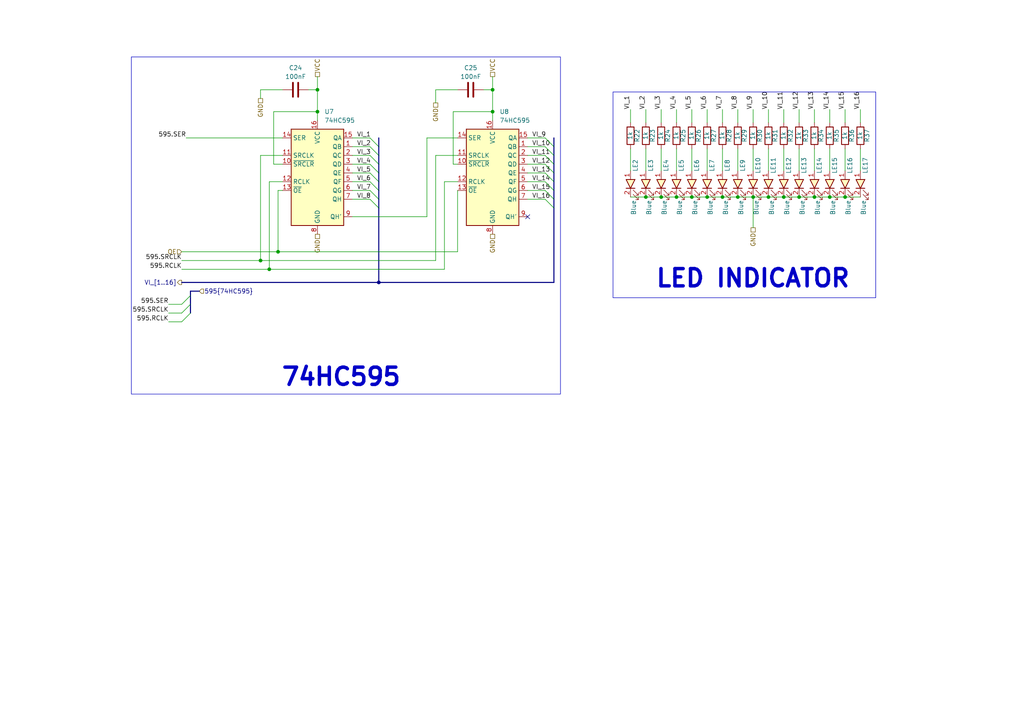
<source format=kicad_sch>
(kicad_sch (version 20231120) (generator "eeschema") (generator_version "8.0")
  (paper "A4")
  (lib_symbols
    (symbol "74xx:74HC595"
      (property "Reference" "U" (at -7.62 13.97 0))
      (property "Value" "74HC595" (at -7.62 -16.51 0))
      (symbol "74HC595_1_0"
        (pin tri_state line (at 10.16 7.62 180) (length 2.54) (name "QB") (number "1"))
        (pin input line (at -10.16 2.54 0) (length 2.54) (name "~{SRCLR}") (number "10"))
        (pin input line (at -10.16 5.08 0) (length 2.54) (name "SRCLK") (number "11"))
        (pin input line (at -10.16 -2.54 0) (length 2.54) (name "RCLK") (number "12"))
        (pin input line (at -10.16 -5.08 0) (length 2.54) (name "~{OE}") (number "13"))
        (pin input line (at -10.16 10.16 0) (length 2.54) (name "SER") (number "14"))
        (pin tri_state line (at 10.16 10.16 180) (length 2.54) (name "QA") (number "15"))
        (pin power_in line (at 0 15.24 270) (length 2.54) (name "VCC") (number "16"))
        (pin tri_state line (at 10.16 5.08 180) (length 2.54) (name "QC") (number "2"))
        (pin tri_state line (at 10.16 2.54 180) (length 2.54) (name "QD") (number "3"))
        (pin tri_state line (at 10.16 0 180) (length 2.54) (name "QE") (number "4"))
        (pin tri_state line (at 10.16 -2.54 180) (length 2.54) (name "QF") (number "5"))
        (pin tri_state line (at 10.16 -5.08 180) (length 2.54) (name "QG") (number "6"))
        (pin tri_state line (at 10.16 -7.62 180) (length 2.54) (name "QH") (number "7"))
        (pin power_in line (at 0 -17.78 90) (length 2.54) (name "GND") (number "8"))
        (pin output line (at 10.16 -12.7 180) (length 2.54) (name "QH'") (number "9"))
      )
      (symbol "74HC595_1_1"
        (rectangle (start -7.62 12.7) (end 7.62 -15.24) (stroke (width 0.254)) (fill (type background)))
      )
    )
    (symbol "Device:C" (pin_numbers hide) (pin_names (offset 0.254))
      (property "Reference" "C" (at 0.635 2.54 0))
      (property "Value" "C" (at 0.635 -2.54 0))
      (symbol "C_0_1"
        (polyline (pts (xy -2.032 -0.762) (xy 2.032 -0.762)) (stroke (width 0.508)))
        (polyline (pts (xy -2.032 0.762) (xy 2.032 0.762)) (stroke (width 0.508)))
      )
      (symbol "C_1_1"
        (pin passive line (at 0 3.81 270) (length 2.794) (name "~") (number "1"))
        (pin passive line (at 0 -3.81 90) (length 2.794) (name "~") (number "2"))
      )
    )
    (symbol "SpiritBoi_Library:Led"
      (property "Reference" "LE" (at 0.508 -2.794 0))
      (property "Value" "Led" (at -0.254 2.794 0))
      (symbol "Led_0_1"
        (polyline (pts (xy 0 -1.27) (xy 0 1.27)) (stroke (width 0.254)))
        (polyline (pts (xy 2.54 -1.27) (xy 2.54 1.27) (xy 0 0) (xy 2.54 -1.27)) (stroke (width 0.254)) (fill (type background)))
        (polyline (pts (xy -1.778 -0.762) (xy -3.302 -2.286) (xy -2.54 -2.286) (xy -3.302 -2.286) (xy -3.302 -1.524)))
        (polyline (pts (xy -0.508 -0.762) (xy -2.032 -2.286) (xy -1.27 -2.286) (xy -2.032 -2.286) (xy -2.032 -1.524)))
      )
      (symbol "Led_1_1"
        (pin passive line (at 5.08 0 180) (length 2.54) (name "") (number "1"))
        (pin passive line (at -2.54 0 0) (length 2.54) (name "") (number "2"))
      )
    )
    (symbol "SpiritBoi_Library:R" (pin_numbers hide) (pin_names (offset 0))
      (property "Reference" "R" (at 2.032 0 90))
      (property "Value" "R" (at 0 0 90))
      (symbol "R_0_1"
        (rectangle (start -1.016 -2.54) (end 1.016 2.54) (stroke (width 0.254)))
      )
      (symbol "R_1_1"
        (pin passive line (at 0 3.81 270) (length 1.27) (name "~") (number "1"))
        (pin passive line (at 0 -3.81 90) (length 1.27) (name "~") (number "2"))
      )
    )
  )
  (junction (at 142.875 32.385))
  (junction (at 191.77 57.15))
  (junction (at 245.11 57.15))
  (junction (at 187.325 57.15))
  (junction (at 80.645 73.025))
  (junction (at 205.105 57.15))
  (junction (at 92.075 26.035))
  (junction (at 200.66 57.15))
  (junction (at 240.665 57.15))
  (junction (at 213.995 57.15))
  (junction (at 109.855 81.915))
  (junction (at 75.565 75.565))
  (junction (at 231.775 57.15))
  (junction (at 92.075 32.385))
  (junction (at 142.875 26.035))
  (junction (at 222.885 57.15))
  (junction (at 196.215 57.15))
  (junction (at 236.22 57.15))
  (junction (at 78.105 78.105))
  (junction (at 209.55 57.15))
  (junction (at 227.33 57.15))
  (junction (at 218.44 57.15))
  (no_connect (at 153.035 62.865))
  (bus_entry (at 158.115 50.165) (size 2.54 2.54))
  (bus_entry (at 158.115 40.005) (size 2.54 2.54))
  (bus_entry (at 158.115 42.545) (size 2.54 2.54))
  (bus_entry (at 107.315 40.005) (size 2.54 2.54))
  (bus_entry (at 158.115 52.705) (size 2.54 2.54))
  (bus_entry (at 107.315 42.545) (size 2.54 2.54))
  (bus_entry (at 107.315 47.625) (size 2.54 2.54))
  (bus_entry (at 52.705 93.345) (size 2.54 -2.54))
  (bus_entry (at 107.315 45.085) (size 2.54 2.54))
  (bus_entry (at 107.315 52.705) (size 2.54 2.54))
  (bus_entry (at 52.705 88.265) (size 2.54 -2.54))
  (bus_entry (at 107.315 55.245) (size 2.54 2.54))
  (bus_entry (at 52.705 90.805) (size 2.54 -2.54))
  (bus_entry (at 158.115 55.245) (size 2.54 2.54))
  (bus_entry (at 107.315 50.165) (size 2.54 2.54))
  (bus_entry (at 158.115 45.085) (size 2.54 2.54))
  (bus_entry (at 158.115 47.625) (size 2.54 2.54))
  (bus_entry (at 107.315 57.785) (size 2.54 2.54))
  (bus_entry (at 158.115 57.785) (size 2.54 2.54))
  (wire (pts (xy 249.555 31.75) (xy 249.555 35.56)))
  (bus (pts (xy 160.655 40.005) (xy 160.655 42.545)))
  (wire (pts (xy 213.995 43.18) (xy 213.995 49.53)))
  (bus (pts (xy 109.855 45.085) (xy 109.855 47.625)))
  (bus (pts (xy 160.655 57.785) (xy 160.655 60.325)))
  (wire (pts (xy 142.875 32.385) (xy 142.875 34.925)))
  (wire (pts (xy 205.105 57.15) (xy 209.55 57.15)))
  (wire (pts (xy 92.075 26.035) (xy 92.075 32.385)))
  (bus (pts (xy 109.855 50.165) (xy 109.855 52.705)))
  (wire (pts (xy 92.075 22.225) (xy 92.075 26.035)))
  (wire (pts (xy 209.55 43.18) (xy 209.55 49.53)))
  (wire (pts (xy 200.66 43.18) (xy 200.66 49.53)))
  (wire (pts (xy 153.035 50.165) (xy 158.115 50.165)))
  (wire (pts (xy 153.035 45.085) (xy 158.115 45.085)))
  (wire (pts (xy 245.11 43.18) (xy 245.11 49.53)))
  (wire (pts (xy 102.235 62.865) (xy 123.825 62.865)))
  (wire (pts (xy 52.705 78.105) (xy 78.105 78.105)))
  (wire (pts (xy 102.235 40.005) (xy 107.315 40.005)))
  (bus (pts (xy 109.855 40.005) (xy 109.855 42.545)))
  (wire (pts (xy 196.215 57.15) (xy 200.66 57.15)))
  (wire (pts (xy 128.905 52.705) (xy 128.905 78.105)))
  (wire (pts (xy 245.11 31.75) (xy 245.11 35.56)))
  (wire (pts (xy 153.035 52.705) (xy 158.115 52.705)))
  (wire (pts (xy 231.775 57.15) (xy 236.22 57.15)))
  (wire (pts (xy 79.375 47.625) (xy 79.375 32.385)))
  (wire (pts (xy 132.715 55.245) (xy 132.715 73.025)))
  (wire (pts (xy 153.035 47.625) (xy 158.115 47.625)))
  (wire (pts (xy 182.88 57.15) (xy 187.325 57.15)))
  (wire (pts (xy 187.325 31.75) (xy 187.325 35.56)))
  (bus (pts (xy 109.855 47.625) (xy 109.855 50.165)))
  (bus (pts (xy 55.245 90.805) (xy 55.245 88.265)))
  (wire (pts (xy 213.995 57.15) (xy 218.44 57.15)))
  (bus (pts (xy 55.245 85.725) (xy 55.245 84.455)))
  (wire (pts (xy 142.875 26.035) (xy 142.875 32.385)))
  (wire (pts (xy 123.825 40.005) (xy 132.715 40.005)))
  (wire (pts (xy 218.44 43.18) (xy 218.44 49.53)))
  (wire (pts (xy 102.235 47.625) (xy 107.315 47.625)))
  (wire (pts (xy 222.885 57.15) (xy 227.33 57.15)))
  (bus (pts (xy 160.655 45.085) (xy 160.655 47.625)))
  (wire (pts (xy 132.715 26.035) (xy 126.365 26.035)))
  (wire (pts (xy 78.105 78.105) (xy 128.905 78.105)))
  (bus (pts (xy 160.655 47.625) (xy 160.655 50.165)))
  (wire (pts (xy 205.105 43.18) (xy 205.105 49.53)))
  (wire (pts (xy 218.44 31.75) (xy 218.44 35.56)))
  (wire (pts (xy 227.33 31.75) (xy 227.33 35.56)))
  (wire (pts (xy 89.535 26.035) (xy 92.075 26.035)))
  (wire (pts (xy 196.215 43.18) (xy 196.215 49.53)))
  (wire (pts (xy 132.715 52.705) (xy 128.905 52.705)))
  (wire (pts (xy 140.335 26.035) (xy 142.875 26.035)))
  (wire (pts (xy 249.555 43.18) (xy 249.555 49.53)))
  (wire (pts (xy 81.915 26.035) (xy 75.565 26.035)))
  (wire (pts (xy 53.975 40.005) (xy 81.915 40.005)))
  (wire (pts (xy 52.705 93.345) (xy 48.895 93.345)))
  (wire (pts (xy 222.885 43.18) (xy 222.885 49.53)))
  (wire (pts (xy 240.665 57.15) (xy 245.11 57.15)))
  (wire (pts (xy 236.22 31.75) (xy 236.22 35.56)))
  (wire (pts (xy 75.565 45.085) (xy 81.915 45.085)))
  (wire (pts (xy 75.565 26.035) (xy 75.565 28.575)))
  (bus (pts (xy 160.655 52.705) (xy 160.655 55.245)))
  (wire (pts (xy 231.775 43.18) (xy 231.775 49.53)))
  (wire (pts (xy 78.105 52.705) (xy 78.105 78.105)))
  (wire (pts (xy 200.66 57.15) (xy 205.105 57.15)))
  (bus (pts (xy 160.655 42.545) (xy 160.655 45.085)))
  (wire (pts (xy 131.445 32.385) (xy 142.875 32.385)))
  (wire (pts (xy 200.66 31.75) (xy 200.66 35.56)))
  (bus (pts (xy 109.855 42.545) (xy 109.855 45.085)))
  (wire (pts (xy 191.77 57.15) (xy 196.215 57.15)))
  (wire (pts (xy 227.33 57.15) (xy 231.775 57.15)))
  (wire (pts (xy 153.035 40.005) (xy 158.115 40.005)))
  (wire (pts (xy 209.55 57.15) (xy 213.995 57.15)))
  (wire (pts (xy 222.885 31.75) (xy 222.885 35.56)))
  (wire (pts (xy 102.235 50.165) (xy 107.315 50.165)))
  (wire (pts (xy 126.365 45.085) (xy 126.365 75.565)))
  (bus (pts (xy 160.655 60.325) (xy 160.655 81.915)))
  (wire (pts (xy 153.035 55.245) (xy 158.115 55.245)))
  (wire (pts (xy 52.705 90.805) (xy 48.895 90.805)))
  (bus (pts (xy 55.245 84.455) (xy 57.785 84.455)))
  (wire (pts (xy 231.775 31.75) (xy 231.775 35.56)))
  (wire (pts (xy 126.365 26.035) (xy 126.365 29.845)))
  (wire (pts (xy 123.825 62.865) (xy 123.825 40.005)))
  (wire (pts (xy 81.915 55.245) (xy 80.645 55.245)))
  (wire (pts (xy 196.215 31.75) (xy 196.215 35.56)))
  (wire (pts (xy 132.715 47.625) (xy 131.445 47.625)))
  (wire (pts (xy 52.705 73.025) (xy 80.645 73.025)))
  (wire (pts (xy 92.075 32.385) (xy 92.075 34.925)))
  (wire (pts (xy 187.325 43.18) (xy 187.325 49.53)))
  (bus (pts (xy 55.245 88.265) (xy 55.245 85.725)))
  (wire (pts (xy 227.33 43.18) (xy 227.33 49.53)))
  (wire (pts (xy 102.235 42.545) (xy 107.315 42.545)))
  (wire (pts (xy 205.105 31.75) (xy 205.105 35.56)))
  (wire (pts (xy 187.325 57.15) (xy 191.77 57.15)))
  (bus (pts (xy 109.855 81.915) (xy 160.655 81.915)))
  (wire (pts (xy 126.365 75.565) (xy 75.565 75.565)))
  (wire (pts (xy 240.665 31.75) (xy 240.665 35.56)))
  (wire (pts (xy 153.035 42.545) (xy 158.115 42.545)))
  (wire (pts (xy 182.88 43.18) (xy 182.88 49.53)))
  (wire (pts (xy 236.22 43.18) (xy 236.22 49.53)))
  (wire (pts (xy 218.44 57.15) (xy 218.44 66.04)))
  (wire (pts (xy 102.235 57.785) (xy 107.315 57.785)))
  (bus (pts (xy 109.855 55.245) (xy 109.855 57.785)))
  (wire (pts (xy 240.665 43.18) (xy 240.665 49.53)))
  (wire (pts (xy 182.88 31.75) (xy 182.88 35.56)))
  (bus (pts (xy 109.855 60.325) (xy 109.855 81.915)))
  (wire (pts (xy 102.235 45.085) (xy 107.315 45.085)))
  (wire (pts (xy 245.11 57.15) (xy 249.555 57.15)))
  (wire (pts (xy 132.715 45.085) (xy 126.365 45.085)))
  (wire (pts (xy 80.645 55.245) (xy 80.645 73.025)))
  (bus (pts (xy 109.855 52.705) (xy 109.855 55.245)))
  (wire (pts (xy 79.375 32.385) (xy 92.075 32.385)))
  (wire (pts (xy 81.915 52.705) (xy 78.105 52.705)))
  (wire (pts (xy 52.705 88.265) (xy 48.895 88.265)))
  (bus (pts (xy 160.655 50.165) (xy 160.655 52.705)))
  (wire (pts (xy 153.035 57.785) (xy 158.115 57.785)))
  (wire (pts (xy 102.235 52.705) (xy 107.315 52.705)))
  (wire (pts (xy 209.55 31.75) (xy 209.55 35.56)))
  (wire (pts (xy 102.235 55.245) (xy 107.315 55.245)))
  (wire (pts (xy 218.44 57.15) (xy 222.885 57.15)))
  (wire (pts (xy 52.705 75.565) (xy 75.565 75.565)))
  (bus (pts (xy 109.855 57.785) (xy 109.855 60.325)))
  (wire (pts (xy 213.995 31.75) (xy 213.995 35.56)))
  (wire (pts (xy 81.915 47.625) (xy 79.375 47.625)))
  (wire (pts (xy 80.645 73.025) (xy 132.715 73.025)))
  (wire (pts (xy 191.77 31.75) (xy 191.77 35.56)))
  (bus (pts (xy 160.655 55.245) (xy 160.655 57.785)))
  (wire (pts (xy 142.875 22.225) (xy 142.875 26.035)))
  (wire (pts (xy 75.565 45.085) (xy 75.565 75.565)))
  (wire (pts (xy 191.77 43.18) (xy 191.77 49.53)))
  (wire (pts (xy 131.445 47.625) (xy 131.445 32.385)))
  (bus (pts (xy 52.705 81.915) (xy 109.855 81.915)))
  (wire (pts (xy 236.22 57.15) (xy 240.665 57.15)))
  (rectangle (start 177.8 26.67) (end 254 86.36))
  (rectangle (start 38.1 16.51) (end 162.56 114.3))
  (text "74HC595" (at 81.28 112.395 0) (effects (font (size 5 5) (bold yes)) (justify left bottom)))
  (text "LED INDICATOR" (at 189.865 83.82 0) (effects (font (size 5 5) (bold yes)) (justify left bottom)))
  (label "VI_9" (at 218.44 31.75 90))
  (label "VI_16" (at 249.555 31.75 90))
  (label "VI_1" (at 103.505 40.005 0))
  (label "595.SRCLK" (at 48.895 90.805 180))
  (label "VI_8" (at 103.505 57.785 0))
  (label "VI_11" (at 154.305 45.085 0))
  (label "VI_5" (at 103.505 50.165 0))
  (label "VI_16" (at 154.305 57.785 0))
  (label "VI_4" (at 103.505 47.625 0))
  (label "595.RCLK" (at 52.705 78.105 180))
  (label "595.RCLK" (at 48.895 93.345 180))
  (label "VI_15" (at 154.305 55.245 0))
  (label "VI_6" (at 103.505 52.705 0))
  (label "VI_7" (at 103.505 55.245 0))
  (label "VI_10" (at 222.885 31.75 90))
  (label "VI_9" (at 154.305 40.005 0))
  (label "VI_13" (at 236.22 31.75 90))
  (label "595.SER" (at 53.975 40.005 180))
  (label "VI_12" (at 154.305 47.625 0))
  (label "595.SER" (at 48.895 88.265 180))
  (label "VI_2" (at 103.505 42.545 0))
  (label "595.SRCLK" (at 52.705 75.565 180))
  (label "VI_7" (at 209.55 31.75 90))
  (label "VI_15" (at 245.11 31.75 90))
  (label "VI_3" (at 103.505 45.085 0))
  (label "VI_6" (at 205.105 31.75 90))
  (label "VI_12" (at 231.775 31.75 90))
  (label "VI_3" (at 191.77 31.75 90))
  (label "VI_14" (at 154.305 52.705 0))
  (label "VI_8" (at 213.995 31.75 90))
  (label "VI_2" (at 187.325 31.75 90))
  (label "VI_5" (at 200.66 31.75 90))
  (label "VI_13" (at 154.305 50.165 0))
  (label "VI_14" (at 240.665 31.75 90))
  (label "VI_1" (at 182.88 31.75 90))
  (label "VI_10" (at 154.305 42.545 0))
  (label "VI_4" (at 196.215 31.75 90))
  (label "VI_11" (at 227.33 31.75 90))
  (hierarchical_label "OE" (shape input) (at 52.705 73.025 180))
  (hierarchical_label "GND" (shape passive) (at 92.075 67.945 270))
  (hierarchical_label "GND" (shape passive) (at 126.365 29.845 270))
  (hierarchical_label "GND" (shape passive) (at 75.565 28.575 270))
  (hierarchical_label "VCC" (shape passive) (at 142.875 22.225 90))
  (hierarchical_label "595{74HC595}" (shape input) (at 57.785 84.455 0))
  (hierarchical_label "VCC" (shape passive) (at 92.075 22.225 90))
  (hierarchical_label "GND" (shape passive) (at 218.44 66.04 270))
  (hierarchical_label "VI_[1..16]" (shape output) (at 52.705 81.915 180))
  (hierarchical_label "GND" (shape passive) (at 142.875 67.945 270))
  (symbol (lib_id "74xx:74HC595") (at 142.875 50.165 0) (unit 1)
    (property "Reference" "U8" (at 144.8944 32.385 0) (effects (justify left)))
    (property "Value" "74HC595" (at 144.8944 34.925 0) (effects (justify left)))
    (property "Footprint" "SpiritBoi_Footprint_Library:Package-IC-Vert-SMD-1.27mm-16P-SOIC_16_Narrow_3.92x10.2mm" (effects (hide yes)))
    (property "Datasheet" "http://www.ti.com/lit/ds/symlink/sn74hc595.pdf" (effects (hide yes)))
    (instances (project "DongTamV2" (path "" (reference "U8") (unit 1))) (project "dongtam" (path "" (reference "U?") (unit 1))))
  )
  (symbol (lib_id "SpiritBoi_Library:R") (at 182.88 39.37 0) (unit 1)
    (property "Reference" "R22" (at 184.785 39.37 90))
    (property "Value" "1k" (at 182.753 39.37 90))
    (property "Footprint" "SpiritBoi_Footprint_Library:R_0603" (effects (hide yes)))
    (property "Description" "Resistor" (effects (hide yes)))
  )
  (symbol (lib_id "SpiritBoi_Library:Led") (at 196.215 54.61 90) (unit 1)
    (property "Reference" "LE5" (at 197.612 48.006 0))
    (property "Value" "Blue" (at 197.104 60.198 0))
    (property "Footprint" "SpiritBoi_Footprint_Library:LED_0603" (effects (hide yes)))
  )
  (symbol (lib_id "SpiritBoi_Library:R") (at 236.22 39.37 0) (unit 1)
    (property "Reference" "R34" (at 238.125 39.37 90))
    (property "Value" "1k" (at 236.093 39.37 90))
    (property "Footprint" "SpiritBoi_Footprint_Library:R_0603" (effects (hide yes)))
    (property "Description" "Resistor" (effects (hide yes)))
  )
  (symbol (lib_id "SpiritBoi_Library:R") (at 245.11 39.37 0) (unit 1)
    (property "Reference" "R36" (at 247.015 39.37 90))
    (property "Value" "1k" (at 244.983 39.37 90))
    (property "Footprint" "SpiritBoi_Footprint_Library:R_0603" (effects (hide yes)))
    (property "Description" "Resistor" (effects (hide yes)))
  )
  (symbol (lib_id "SpiritBoi_Library:Led") (at 227.33 54.61 90) (unit 1)
    (property "Reference" "LE12" (at 228.727 48.006 0))
    (property "Value" "Blue" (at 228.219 60.198 0))
    (property "Footprint" "SpiritBoi_Footprint_Library:LED_0603" (effects (hide yes)))
  )
  (symbol (lib_id "SpiritBoi_Library:R") (at 187.325 39.37 0) (unit 1)
    (property "Reference" "R23" (at 189.23 39.37 90))
    (property "Value" "1k" (at 187.198 39.37 90))
    (property "Footprint" "SpiritBoi_Footprint_Library:R_0603" (effects (hide yes)))
    (property "Description" "Resistor" (effects (hide yes)))
  )
  (symbol (lib_id "74xx:74HC595") (at 92.075 50.165 0) (unit 1)
    (property "Reference" "U7" (at 94.0944 32.385 0) (effects (justify left)))
    (property "Value" "74HC595" (at 94.0944 34.925 0) (effects (justify left)))
    (property "Footprint" "SpiritBoi_Footprint_Library:Package-IC-Vert-SMD-1.27mm-16P-SOIC_16_Narrow_3.92x10.2mm" (effects (hide yes)))
    (property "Datasheet" "http://www.ti.com/lit/ds/symlink/sn74hc595.pdf" (effects (hide yes)))
    (instances (project "DongTamV2" (path "" (reference "U7") (unit 1))) (project "dongtam" (path "" (reference "U?") (unit 1))))
  )
  (symbol (lib_id "SpiritBoi_Library:R") (at 196.215 39.37 0) (unit 1)
    (property "Reference" "R25" (at 198.12 39.37 90))
    (property "Value" "1k" (at 196.088 39.37 90))
    (property "Footprint" "SpiritBoi_Footprint_Library:R_0603" (effects (hide yes)))
    (property "Description" "Resistor" (effects (hide yes)))
  )
  (symbol (lib_id "SpiritBoi_Library:R") (at 231.775 39.37 0) (unit 1)
    (property "Reference" "R33" (at 233.68 39.37 90))
    (property "Value" "1k" (at 231.648 39.37 90))
    (property "Footprint" "SpiritBoi_Footprint_Library:R_0603" (effects (hide yes)))
    (property "Description" "Resistor" (effects (hide yes)))
  )
  (symbol (lib_id "SpiritBoi_Library:R") (at 213.995 39.37 0) (unit 1)
    (property "Reference" "R29" (at 215.9 39.37 90))
    (property "Value" "1k" (at 213.868 39.37 90))
    (property "Footprint" "SpiritBoi_Footprint_Library:R_0603" (effects (hide yes)))
    (property "Description" "Resistor" (effects (hide yes)))
  )
  (symbol (lib_id "SpiritBoi_Library:Led") (at 231.775 54.61 90) (unit 1)
    (property "Reference" "LE13" (at 233.172 48.006 0))
    (property "Value" "Blue" (at 232.664 60.198 0))
    (property "Footprint" "SpiritBoi_Footprint_Library:LED_0603" (effects (hide yes)))
  )
  (symbol (lib_id "SpiritBoi_Library:Led") (at 236.22 54.61 90) (unit 1)
    (property "Reference" "LE14" (at 237.617 48.006 0))
    (property "Value" "Blue" (at 237.109 60.198 0))
    (property "Footprint" "SpiritBoi_Footprint_Library:LED_0603" (effects (hide yes)))
  )
  (symbol (lib_id "Device:C") (at 136.525 26.035 90) (unit 1)
    (property "Reference" "C25" (at 136.5313 19.685 90))
    (property "Value" "100nF" (at 136.5313 22.225 90))
    (property "Footprint" "SpiritBoi_Footprint_Library:C_0603" (effects (hide yes)))
    (instances (project "DongTamV2" (path "" (reference "C25") (unit 1))) (project "dongtam" (path "" (reference "C?") (unit 1))))
  )
  (symbol (lib_id "SpiritBoi_Library:R") (at 209.55 39.37 0) (unit 1)
    (property "Reference" "R28" (at 211.455 39.37 90))
    (property "Value" "1k" (at 209.423 39.37 90))
    (property "Footprint" "SpiritBoi_Footprint_Library:R_0603" (effects (hide yes)))
    (property "Description" "Resistor" (effects (hide yes)))
  )
  (symbol (lib_id "SpiritBoi_Library:Led") (at 222.885 54.61 90) (unit 1)
    (property "Reference" "LE11" (at 224.282 48.006 0))
    (property "Value" "Blue" (at 223.774 60.198 0))
    (property "Footprint" "SpiritBoi_Footprint_Library:LED_0603" (effects (hide yes)))
  )
  (symbol (lib_id "SpiritBoi_Library:R") (at 200.66 39.37 0) (unit 1)
    (property "Reference" "R26" (at 202.565 39.37 90))
    (property "Value" "1k" (at 200.533 39.37 90))
    (property "Footprint" "SpiritBoi_Footprint_Library:R_0603" (effects (hide yes)))
    (property "Description" "Resistor" (effects (hide yes)))
  )
  (symbol (lib_id "SpiritBoi_Library:Led") (at 200.66 54.61 90) (unit 1)
    (property "Reference" "LE6" (at 202.057 48.006 0))
    (property "Value" "Blue" (at 201.549 60.198 0))
    (property "Footprint" "SpiritBoi_Footprint_Library:LED_0603" (effects (hide yes)))
  )
  (symbol (lib_id "SpiritBoi_Library:Led") (at 209.55 54.61 90) (unit 1)
    (property "Reference" "LE8" (at 210.947 48.006 0))
    (property "Value" "Blue" (at 210.439 60.198 0))
    (property "Footprint" "SpiritBoi_Footprint_Library:LED_0603" (effects (hide yes)))
  )
  (symbol (lib_id "SpiritBoi_Library:R") (at 249.555 39.37 0) (unit 1)
    (property "Reference" "R37" (at 251.46 39.37 90))
    (property "Value" "1k" (at 249.428 39.37 90))
    (property "Footprint" "SpiritBoi_Footprint_Library:R_0603" (effects (hide yes)))
    (property "Description" "Resistor" (effects (hide yes)))
  )
  (symbol (lib_id "SpiritBoi_Library:R") (at 205.105 39.37 0) (unit 1)
    (property "Reference" "R27" (at 207.01 39.37 90))
    (property "Value" "1k" (at 204.978 39.37 90))
    (property "Footprint" "SpiritBoi_Footprint_Library:R_0603" (effects (hide yes)))
    (property "Description" "Resistor" (effects (hide yes)))
  )
  (symbol (lib_id "SpiritBoi_Library:Led") (at 245.11 54.61 90) (unit 1)
    (property "Reference" "LE16" (at 246.507 48.006 0))
    (property "Value" "Blue" (at 245.999 60.198 0))
    (property "Footprint" "SpiritBoi_Footprint_Library:LED_0603" (effects (hide yes)))
  )
  (symbol (lib_id "SpiritBoi_Library:R") (at 227.33 39.37 0) (unit 1)
    (property "Reference" "R32" (at 229.235 39.37 90))
    (property "Value" "1k" (at 227.203 39.37 90))
    (property "Footprint" "SpiritBoi_Footprint_Library:R_0603" (effects (hide yes)))
    (property "Description" "Resistor" (effects (hide yes)))
  )
  (symbol (lib_id "SpiritBoi_Library:Led") (at 182.88 54.61 90) (unit 1)
    (property "Reference" "LE2" (at 184.277 48.006 0))
    (property "Value" "Blue" (at 183.769 60.198 0))
    (property "Footprint" "SpiritBoi_Footprint_Library:LED_0603" (effects (hide yes)))
  )
  (symbol (lib_id "SpiritBoi_Library:Led") (at 187.325 54.61 90) (unit 1)
    (property "Reference" "LE3" (at 188.722 48.006 0))
    (property "Value" "Blue" (at 188.214 60.198 0))
    (property "Footprint" "SpiritBoi_Footprint_Library:LED_0603" (effects (hide yes)))
  )
  (symbol (lib_id "SpiritBoi_Library:R") (at 240.665 39.37 0) (unit 1)
    (property "Reference" "R35" (at 242.57 39.37 90))
    (property "Value" "1k" (at 240.538 39.37 90))
    (property "Footprint" "SpiritBoi_Footprint_Library:R_0603" (effects (hide yes)))
    (property "Description" "Resistor" (effects (hide yes)))
  )
  (symbol (lib_id "SpiritBoi_Library:Led") (at 218.44 54.61 90) (unit 1)
    (property "Reference" "LE10" (at 219.837 48.006 0))
    (property "Value" "Blue" (at 219.329 60.198 0))
    (property "Footprint" "SpiritBoi_Footprint_Library:LED_0603" (effects (hide yes)))
  )
  (symbol (lib_id "SpiritBoi_Library:Led") (at 191.77 54.61 90) (unit 1)
    (property "Reference" "LE4" (at 193.167 48.006 0))
    (property "Value" "Blue" (at 192.659 60.198 0))
    (property "Footprint" "SpiritBoi_Footprint_Library:LED_0603" (effects (hide yes)))
  )
  (symbol (lib_id "SpiritBoi_Library:R") (at 218.44 39.37 0) (unit 1)
    (property "Reference" "R30" (at 220.345 39.37 90))
    (property "Value" "1k" (at 218.313 39.37 90))
    (property "Footprint" "SpiritBoi_Footprint_Library:R_0603" (effects (hide yes)))
    (property "Description" "Resistor" (effects (hide yes)))
  )
  (symbol (lib_id "SpiritBoi_Library:Led") (at 249.555 54.61 90) (unit 1)
    (property "Reference" "LE17" (at 250.952 48.006 0))
    (property "Value" "Blue" (at 250.444 60.198 0))
    (property "Footprint" "SpiritBoi_Footprint_Library:LED_0603" (effects (hide yes)))
  )
  (symbol (lib_id "SpiritBoi_Library:Led") (at 213.995 54.61 90) (unit 1)
    (property "Reference" "LE9" (at 215.392 48.006 0))
    (property "Value" "Blue" (at 214.884 60.198 0))
    (property "Footprint" "SpiritBoi_Footprint_Library:LED_0603" (effects (hide yes)))
  )
  (symbol (lib_id "Device:C") (at 85.725 26.035 90) (unit 1)
    (property "Reference" "C24" (at 85.7313 19.685 90))
    (property "Value" "100nF" (at 85.7313 22.225 90))
    (property "Footprint" "SpiritBoi_Footprint_Library:C_0603" (effects (hide yes)))
    (instances (project "DongTamV2" (path "" (reference "C24") (unit 1))) (project "dongtam" (path "" (reference "C?") (unit 1))))
  )
  (symbol (lib_id "SpiritBoi_Library:R") (at 222.885 39.37 0) (unit 1)
    (property "Reference" "R31" (at 224.79 39.37 90))
    (property "Value" "1k" (at 222.758 39.37 90))
    (property "Footprint" "SpiritBoi_Footprint_Library:R_0603" (effects (hide yes)))
    (property "Description" "Resistor" (effects (hide yes)))
  )
  (symbol (lib_id "SpiritBoi_Library:Led") (at 240.665 54.61 90) (unit 1)
    (property "Reference" "LE15" (at 242.062 48.006 0))
    (property "Value" "Blue" (at 241.554 60.198 0))
    (property "Footprint" "SpiritBoi_Footprint_Library:LED_0603" (effects (hide yes)))
  )
  (symbol (lib_id "SpiritBoi_Library:R") (at 191.77 39.37 0) (unit 1)
    (property "Reference" "R24" (at 193.675 39.37 90))
    (property "Value" "1k" (at 191.643 39.37 90))
    (property "Footprint" "SpiritBoi_Footprint_Library:R_0603" (effects (hide yes)))
    (property "Description" "Resistor" (effects (hide yes)))
  )
  (symbol (lib_id "SpiritBoi_Library:Led") (at 205.105 54.61 90) (unit 1)
    (property "Reference" "LE7" (at 206.502 48.006 0))
    (property "Value" "Blue" (at 205.994 60.198 0))
    (property "Footprint" "SpiritBoi_Footprint_Library:LED_0603" (effects (hide yes)))
  )
)
</source>
